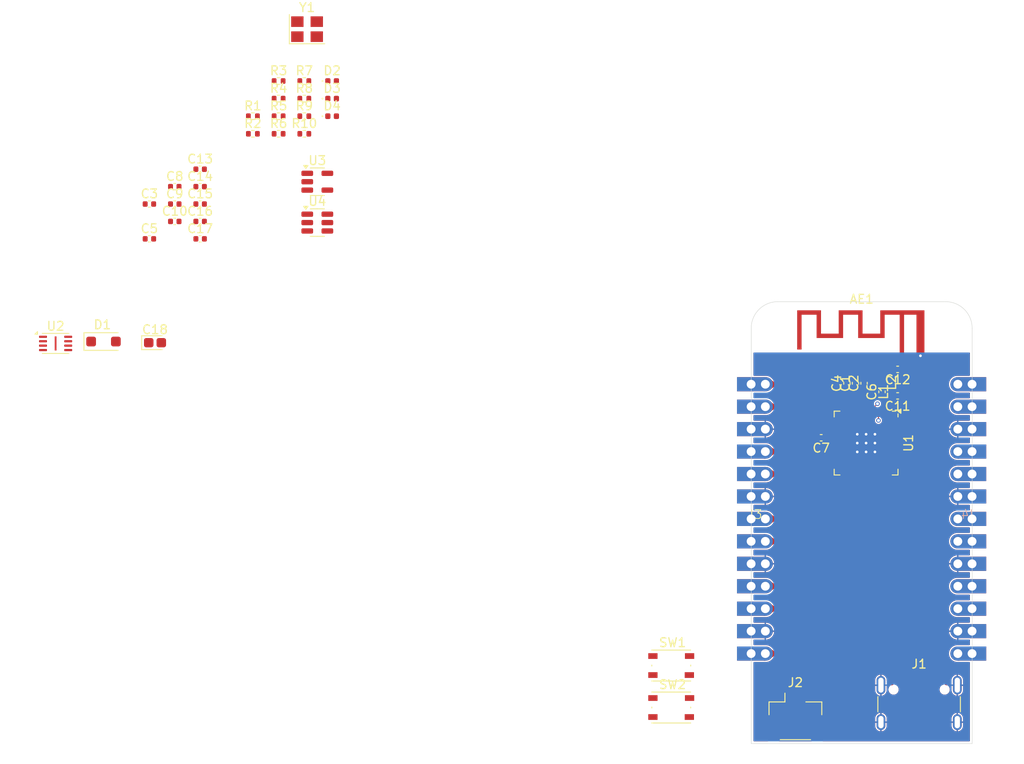
<source format=kicad_pcb>
(kicad_pcb (version 20240108) (generator "pcbnew") (generator_version "8.0")
  (layers (0 "F.Cu" signal) (1 "In1.Cu" signal) (2 "In2.Cu" signal) (31 "B.Cu" signal) (34 "B.Paste" user) (35 "F.Paste" user) (36 "B.SilkS" user "B.Silkscreen") (37 "F.SilkS" user "F.Silkscreen") (38 "B.Mask" user) (39 "F.Mask" user) (44 "Edge.Cuts" user))
  (net 0 "")
  (net 1 "GND")
  (net 2 "Net-(AE1-FEED)")
  (net 3 "+3V3")
  (net 4 "Net-(C6-Pad1)")
  (net 5 "SPIPWR")
  (net 6 "Net-(U1-LNA_IN)")
  (net 7 "/RESET")
  (net 8 "/BOOT")
  (net 9 "/XIN")
  (net 10 "/XOUT")
  (net 11 "Net-(U3-BP)")
  (net 12 "VSYS")
  (net 13 "VBUS")
  (net 14 "Net-(D2-A)")
  (net 15 "Net-(D3-A)")
  (net 16 "Net-(D3-K)")
  (net 17 "Net-(D4-K)")
  (net 18 "Net-(J1-CC1)")
  (net 19 "Net-(J1-D+-PadA6)")
  (net 21 "Net-(J1-D--PadA7)")
  (net 22 "Net-(J1-CC2)")
  (net 24 "Net-(J2-Pin_1)")
  (net 25 "/P4")
  (net 26 "/P2")
  (net 27 "/P3")
  (net 28 "/P6")
  (net 29 "/P1")
  (net 30 "/P5")
  (net 31 "/P9")
  (net 32 "/P8")
  (net 33 "/P7")
  (net 34 "/P12")
  (net 35 "/P13")
  (net 36 "/P14")
  (net 37 "/P18")
  (net 38 "/P17")
  (net 39 "/P11")
  (net 40 "/P10")
  (net 41 "/USB_DM")
  (net 42 "/USB_DP")
  (net 43 "Net-(U4-PROG)")
  (net 51 "/FLASH_D3")
  (net 53 "/P21")
  (net 55 "/FLASH_D2")
  (net 57 "/FLASH_CS")
  (net 59 "/FLASH_D1")
  (net 64 "/FLASH_CLK")
  (net 65 "/FLASH_D0")
  (footprint "Capacitor_SMD:C_0402_1005Metric" (layer "F.Cu") (at 31.9 38.95)
    (property "Reference" "C3" (at 0 -1.16 0) (layer "F.SilkS"))
    (property "Value" "1uF")
    (pad "1" smd roundrect (at -0.48 0) (size 0.56 0.62) (layers "F.Cu" "F.Paste" "F.Mask") (net 3 "+3V3"))
    (pad "2" smd roundrect (at 0.48 0) (size 0.56 0.62) (layers "F.Cu" "F.Paste" "F.Mask") (net 1 "GND"))
  )
  (footprint "Capacitor_SMD:C_0402_1005Metric" (layer "F.Cu") (at 110.829998 59.23 90)
    (property "Reference" "C4" (at 0 -1.16 90) (layer "F.SilkS"))
    (property "Value" "0.1uF")
    (pad "1" smd roundrect (at -0.48 0 90) (size 0.56 0.62) (layers "F.Cu" "F.Paste" "F.Mask") (net 3 "+3V3"))
    (pad "2" smd roundrect (at 0.48 0 90) (size 0.56 0.62) (layers "F.Cu" "F.Paste" "F.Mask") (net 1 "GND"))
  )
  (footprint "Button_Switch_SMD:SW_Push_1P1T_NO_Vertical_Wuerth_434133025816" (layer "F.Cu") (at 90.95 91.175)
    (property "Reference" "SW1" (at 0.15 -2.6 0) (layer "F.SilkS"))
    (property "Value" "SW_Push")
    (pad "1" smd rect (at -2.075 -1.075) (size 1.05 0.65) (layers "F.Cu" "F.Paste" "F.Mask") (net 1 "GND"))
    (pad "1" smd rect (at 2.075 -1.075) (size 1.05 0.65) (layers "F.Cu" "F.Paste" "F.Mask") (net 1 "GND"))
    (pad "2" smd rect (at -2.075 1.075) (size 1.05 0.65) (layers "F.Cu" "F.Paste" "F.Mask") (net 7 "/RESET"))
    (pad "2" smd rect (at 2.05 1.075) (size 1.05 0.65) (layers "F.Cu" "F.Paste" "F.Mask") (net 7 "/RESET"))
  )
  (footprint "Package_SON:Winbond_USON-8-1EP_3x2mm_P0.5mm_EP0.2x1.6mm" (layer "F.Cu") (at 21.285 54.725)
    (property "Reference" "U2" (at 0 -1.95 0) (layer "F.SilkS"))
    (property "Value" "ZD25WQ32CEIGR")
    (pad "1" smd roundrect (at -1.425 -0.75) (size 0.9 0.25) (layers "F.Cu" "F.Paste" "F.Mask") (net 57 "/FLASH_CS"))
    (pad "2" smd roundrect (at -1.425 -0.25) (size 0.9 0.25) (layers "F.Cu" "F.Paste" "F.Mask") (net 59 "/FLASH_D1"))
    (pad "3" smd roundrect (at -1.425 0.25) (size 0.9 0.25) (layers "F.Cu" "F.Paste" "F.Mask") (net 55 "/FLASH_D2"))
    (pad "4" smd roundrect (at -1.425 0.75) (size 0.9 0.25) (layers "F.Cu" "F.Paste" "F.Mask") (net 1 "GND"))
    (pad "5" smd roundrect (at 1.425 0.75) (size 0.9 0.25) (layers "F.Cu" "F.Paste" "F.Mask") (net 65 "/FLASH_D0"))
    (pad "6" smd roundrect (at 1.425 0.25) (size 0.9 0.25) (layers "F.Cu" "F.Paste" "F.Mask") (net 64 "/FLASH_CLK"))
    (pad "7" smd roundrect (at 1.425 -0.25) (size 0.9 0.25) (layers "F.Cu" "F.Paste" "F.Mask") (net 51 "/FLASH_D3"))
    (pad "8" smd roundrect (at 1.425 -0.75) (size 0.9 0.25) (layers "F.Cu" "F.Paste" "F.Mask") (net 5 "SPIPWR"))
    (pad "9" smd rect (at 0 0) (size 0.2 1.6) (property pad_prop_heatsink) (layers "F.Cu" "F.Mask") (net 1 "GND"))
  )
  (footprint "Package_DFN_QFN:QFN-56-1EP_7x7mm_P0.4mm_EP4x4mm" (layer "F.Cu") (at 113 66 -90)
    (property "Reference" "U1" (at 0 -4.800001 90) (layer "F.SilkS"))
    (property "Value" "ESP32-S3")
    (pad "1" smd roundrect (at -3.45 -2.6 270) (size 0.8 0.2) (layers "F.Cu" "F.Paste" "F.Mask") (net 6 "Net-(U1-LNA_IN)"))
    (pad "2" smd roundrect (at -3.449999 -2.2 270) (size 0.8 0.2) (layers "F.Cu" "F.Paste" "F.Mask") (net 4 "Net-(C6-Pad1)"))
    (pad "3" smd roundrect (at -3.45 -1.8 270) (size 0.8 0.2) (layers "F.Cu" "F.Paste" "F.Mask") (net 4 "Net-(C6-Pad1)"))
    (pad "4" smd roundrect (at -3.45 -1.4 270) (size 0.8 0.2) (layers "F.Cu" "F.Paste" "F.Mask") (net 7 "/RESET"))
    (pad "5" smd roundrect (at -3.45 -1 270) (size 0.8 0.2) (layers "F.Cu" "F.Paste" "F.Mask") (net 8 "/BOOT"))
    (pad "6" smd roundrect (at -3.449999 -0.6 270) (size 0.8 0.2) (layers "F.Cu" "F.Paste" "F.Mask") (net 29 "/P1"))
    (pad "7" smd roundrect (at -3.45 -0.2 270) (size 0.8 0.2) (layers "F.Cu" "F.Paste" "F.Mask") (net 26 "/P2"))
    (pad "8" smd roundrect (at -3.45 0.2 270) (size 0.8 0.2) (layers "F.Cu" "F.Paste" "F.Mask") (net 27 "/P3"))
    (pad "9" smd roundrect (at -3.449999 0.6 270) (size 0.8 0.2) (layers "F.Cu" "F.Paste" "F.Mask") (net 25 "/P4"))
    (pad "10" smd roundrect (at -3.45 1 270) (size 0.8 0.2) (layers "F.Cu" "F.Paste" "F.Mask") (net 30 "/P5"))
    (pad "11" smd roundrect (at -3.45 1.4 270) (size 0.8 0.2) (layers "F.Cu" "F.Paste" "F.Mask") (net 28 "/P6"))
    (pad "12" smd roundrect (at -3.45 1.8 270) (size 0.8 0.2) (layers "F.Cu" "F.Paste" "F.Mask") (net 33 "/P7"))
    (pad "13" smd roundrect (at -3.449999 2.2 270) (size 0.8 0.2) (layers "F.Cu" "F.Paste" "F.Mask") (net 32 "/P8"))
    (pad "14" smd roundrect (at -3.45 2.6 270) (size 0.8 0.2) (layers "F.Cu" "F.Paste" "F.Mask") (net 31 "/P9"))
    (pad "15" smd roundrect (at -2.6 3.45 270) (size 0.2 0.8) (layers "F.Cu" "F.Paste" "F.Mask") (net 40 "/P10"))
    (pad "16" smd roundrect (at -2.2 3.449999 270) (size 0.2 0.8) (layers "F.Cu" "F.Paste" "F.Mask") (net 39 "/P11"))
    (pad "17" smd roundrect (at -1.8 3.45 270) (size 0.2 0.8) (layers "F.Cu" "F.Paste" "F.Mask") (net 34 "/P12"))
    (pad "18" smd roundrect (at -1.4 3.45 270) (size 0.2 0.8) (layers "F.Cu" "F.Paste" "F.Mask") (net 35 "/P13"))
    (pad "19" smd roundrect (at -1 3.45 270) (size 0.2 0.8) (layers "F.Cu" "F.Paste" "F.Mask") (net 36 "/P14"))
    (pad "20" smd roundrect (at -0.6 3.449999 270) (size 0.2 0.8) (layers "F.Cu" "F.Paste" "F.Mask") (net 3 "+3V3"))
    (pad "21" smd roundrect (at -0.2 3.45 270) (size 0.2 0.8) (layers "F.Cu" "F.Paste" "F.Mask"))
    (pad "22" smd roundrect (at 0.2 3.45 270) (size 0.2 0.8) (layers "F.Cu" "F.Paste" "F.Mask"))
    (pad "23" smd roundrect (at 0.6 3.449999 270) (size 0.2 0.8) (layers "F.Cu" "F.Paste" "F.Mask") (net 38 "/P17"))
    (pad "24" smd roundrect (at 1 3.45 270) (size 0.2 0.8) (layers "F.Cu" "F.Paste" "F.Mask") (net 37 "/P18"))
    (pad "25" smd roundrect (at 1.4 3.45 270) (size 0.2 0.8) (layers "F.Cu" "F.Paste" "F.Mask") (net 41 "/USB_DM"))
    (pad "26" smd roundrect (at 1.8 3.45 270) (size 0.2 0.8) (layers "F.Cu" "F.Paste" "F.Mask") (net 42 "/USB_DP"))
    (pad "27" smd roundrect (at 2.2 3.449999 270) (size 0.2 0.8) (layers "F.Cu" "F.Paste" "F.Mask") (net 53 "/P21"))
    (pad "28" smd roundrect (at 2.6 3.45 270) (size 0.2 0.8) (layers "F.Cu" "F.Paste" "F.Mask"))
    (pad "29" smd roundrect (at 3.45 2.6 270) (size 0.8 0.2) (layers "F.Cu" "F.Paste" "F.Mask") (net 5 "SPIPWR"))
    (pad "30" smd roundrect (at 3.449999 2.2 270) (size 0.8 0.2) (layers "F.Cu" "F.Paste" "F.Mask") (net 51 "/FLASH_D3"))
    (pad "31" smd roundrect (at 3.45 1.8 270) (size 0.8 0.2) (layers "F.Cu" "F.Paste" "F.Mask") (net 55 "/FLASH_D2"))
    (pad "32" smd roundrect (at 3.45 1.4 270) (size 0.8 0.2) (layers "F.Cu" "F.Paste" "F.Mask") (net 57 "/FLASH_CS"))
    (pad "33" smd roundrect (at 3.45 1 270) (size 0.8 0.2) (layers "F.Cu" "F.Paste" "F.Mask") (net 64 "/FLASH_CLK"))
    (pad "34" smd roundrect (at 3.449999 0.6 270) (size 0.8 0.2) (layers "F.Cu" "F.Paste" "F.Mask") (net 59 "/FLASH_D1"))
    (pad "35" smd roundrect (at 3.45 0.2 270) (size 0.8 0.2) (layers "F.Cu" "F.Paste" "F.Mask") (net 65 "/FLASH_D0"))
    (pad "36" smd roundrect (at 3.45 -0.2 270) (size 0.8 0.2) (layers "F.Cu" "F.Paste" "F.Mask"))
    (pad "37" smd roundrect (at 3.449999 -0.6 270) (size 0.8 0.2) (layers "F.Cu" "F.Paste" "F.Mask"))
    (pad "38" smd roundrect (at 3.45 -1 270) (size 0.8 0.2) (layers "F.Cu" "F.Paste" "F.Mask"))
    (pad "39" smd roundrect (at 3.45 -1.4 270) (size 0.8 0.2) (layers "F.Cu" "F.Paste" "F.Mask"))
    (pad "40" smd roundrect (at 3.45 -1.8 270) (size 0.8 0.2) (layers "F.Cu" "F.Paste" "F.Mask"))
    (pad "41" smd roundrect (at 3.449999 -2.2 270) (size 0.8 0.2) (layers "F.Cu" "F.Paste" "F.Mask"))
    (pad "42" smd roundrect (at 3.45 -2.6 270) (size 0.8 0.2) (layers "F.Cu" "F.Paste" "F.Mask"))
    (pad "43" smd roundrect (at 2.6 -3.45 270) (size 0.2 0.8) (layers "F.Cu" "F.Paste" "F.Mask"))
    (pad "44" smd roundrect (at 2.2 -3.449999 270) (size 0.2 0.8) (layers "F.Cu" "F.Paste" "F.Mask"))
    (pad "45" smd roundrect (at 1.8 -3.45 270) (size 0.2 0.8) (layers "F.Cu" "F.Paste" "F.Mask"))
    (pad "46" smd roundrect (at 1.4 -3.45 270) (size 0.2 0.8) (layers "F.Cu" "F.Paste" "F.Mask") (net 3 "+3V3"))
    (pad "47" smd roundrect (at 1 -3.45 270) (size 0.2 0.8) (layers "F.Cu" "F.Paste" "F.Mask"))
    (pad "48" smd roundrect (at 0.6 -3.449999 270) (size 0.2 0.8) (layers "F.Cu" "F.Paste" "F.Mask"))
    (pad "49" smd roundrect (at 0.2 -3.45 270) (size 0.2 0.8) (layers "F.Cu" "F.Paste" "F.Mask"))
    (pad "50" smd roundrect (at -0.2 -3.45 270) (size 0.2 0.8) (layers "F.Cu" "F.Paste" "F.Mask"))
    (pad "51" smd roundrect (at -0.6 -3.449999 270) (size 0.2 0.8) (layers "F.Cu" "F.Paste" "F.Mask"))
    (pad "52" smd roundrect (at -1 -3.45 270) (size 0.2 0.8) (layers "F.Cu" "F.Paste" "F.Mask"))
    (pad "53" smd roundrect (at -1.4 -3.45 270) (size 0.2 0.8) (layers "F.Cu" "F.Paste" "F.Mask") (net 10 "/XOUT"))
    (pad "54" smd roundrect (at -1.8 -3.45 270) (size 0.2 0.8) (layers "F.Cu" "F.Paste" "F.Mask") (net 9 "/XIN"))
    (pad "55" smd roundrect (at -2.2 -3.449999 270) (size 0.2 0.8) (layers "F.Cu" "F.Paste" "F.Mask") (net 3 "+3V3"))
    (pad "56" smd roundrect (at -2.6 -3.45 270) (size 0.2 0.8) (layers "F.Cu" "F.Paste" "F.Mask") (net 3 "+3V3"))
    (pad "57" smd rect (at 0 0 270) (size 4 4) (property pad_prop_heatsink) (layers "F.Cu" "F.Mask") (net 1 "GND"))
  )
  (footprint "Connector_JST:JST_GH_SM02B-GHS-TB_1x02-1MP_P1.25mm_Horizontal" (layer "F.Cu") (at 105 97)
    (property "Reference" "J2" (at 0 -3.9 0) (layer "F.SilkS"))
    (property "Value" "Battery_Pad")
    (pad "1" smd roundrect (at -0.625 -1.85) (size 0.6 1.7) (layers "F.Cu" "F.Paste" "F.Mask") (net 24 "Net-(J2-Pin_1)"))
    (pad "2" smd roundrect (at 0.625 -1.85) (size 0.6 1.7) (layers "F.Cu" "F.Paste" "F.Mask") (net 1 "GND"))
    (pad "MP" smd roundrect (at -2.475 1.35) (size 1 2.7) (layers "F.Cu" "F.Paste" "F.Mask"))
    (pad "MP" smd roundrect (at 2.475 1.35) (size 1 2.7) (layers "F.Cu" "F.Paste" "F.Mask"))
  )
  (footprint "Capacitor_SMD:C_0402_1005Metric" (layer "F.Cu") (at 37.64 35.01)
    (property "Reference" "C13" (at 0 -1.16 0) (layer "F.SilkS"))
    (property "Value" "1uF")
    (pad "1" smd roundrect (at -0.48 0) (size 0.56 0.62) (layers "F.Cu" "F.Paste" "F.Mask") (net 7 "/RESET"))
    (pad "2" smd roundrect (at 0.48 0) (size 0.56 0.62) (layers "F.Cu" "F.Paste" "F.Mask") (net 1 "GND"))
  )
  (footprint "CastellatedHoles:01x13_CHole" (layer "F.Cu") (at 100.4 74.58)
    (property "Reference" "J3" (at 0 -0.5 0) (layer "F.SilkS") (effects (font (thickness 0.1))))
    (property "Value" "Conn_01x13")
    (pad "1" thru_hole rect (at -0.41 -15.24) (size 3.2 1.6) (drill 1) (layers "*.Cu" "*.Mask") (net 29 "/P1"))
    (pad "1" thru_hole oval (at 1.2 -15.24) (size 1.7 1.6) (drill 1) (layers "*.Cu" "*.Mask") (net 29 "/P1"))
    (pad "2" thru_hole rect (at -0.41 -12.7) (size 3.2 1.6) (drill 1) (layers "*.Cu" "*.Mask") (net 26 "/P2"))
    (pad "2" thru_hole oval (at 1.2 -12.7) (size 1.7 1.6) (drill 1) (layers "*.Cu" "*.Mask") (net 26 "/P2"))
    (pad "3" thru_hole rect (at -0.41 -10.16) (size 3.2 1.6) (drill 1) (layers "*.Cu" "*.Mask") (net 1 "GND"))
    (pad "3" thru_hole oval (at 1.2 -10.16) (size 1.7 1.6) (drill 1) (layers "*.Cu" "*.Mask") (net 1 "GND"))
    (pad "4" thru_hole rect (at -0.41 -7.62) (size 3.2 1.6) (drill 1) (layers "*.Cu" "*.Mask") (net 27 "/P3"))
    (pad "4" thru_hole oval (at 1.2 -7.62) (size 1.7 1.6) (drill 1) (layers "*.Cu" "*.Mask") (net 27 "/P3"))
    (pad "5" thru_hole rect (at -0.41 -5.08) (size 3.2 1.6) (drill 1) (layers "*.Cu" "*.Mask") (net 25 "/P4"))
    (pad "5" thru_hole oval (at 1.2 -5.08) (size 1.7 1.6) (drill 1) (layers "*.Cu" "*.Mask") (net 25 "/P4"))
    (pad "6" thru_hole rect (at -0.41 -2.54) (size 3.2 1.6) (drill 1) (layers "*.Cu" "*.Mask") (net 1 "GND"))
    (pad "6" thru_hole oval (at 1.2 -2.54) (size 1.7 1.6) (drill 1) (layers "*.Cu" "*.Mask") (net 1 "GND"))
    (pad "7" thru_hole rect (at -0.41 0) (size 3.2 1.6) (drill 1) (layers "*.Cu" "*.Mask") (net 30 "/P5"))
    (pad "7" thru_hole oval (at 1.2 0) (size 1.7 1.6) (drill 1) (layers "*.Cu" "*.Mask") (net 30 "/P5"))
    (pad "8" thru_hole rect (at -0.41 2.54) (size 3.2 1.6) (drill 1) (layers "*.Cu" "*.Mask") (net 28 "/P6"))
    (pad "8" thru_hole oval (at 1.2 2.54) (size 1.7 1.6) (drill 1) (layers "*.Cu" "*.Mask") (net 28 "/P6"))
    (pad "9" thru_hole rect (at -0.41 5.08) (size 3.2 1.6) (drill 1) (layers "*.Cu" "*.Mask") (net 1 "GND"))
    (pad "9" thru_hole oval (at 1.2 5.08) (size 1.7 1.6) (drill 1) (layers "*.Cu" "*.Mask") (net 1 "GND"))
    (pad "10" thru_hole rect (at -0.41 7.62) (size 3.2 1.6) (drill 1) (layers "*.Cu" "*.Mask") (net 33 "/P7"))
    (pad "10" thru_hole oval (at 1.2 7.62) (size 1.7 1.6) (drill 1) (layers "*.Cu" "*.Mask") (net 33 "/P7"))
    (pad "11" thru_hole rect (at -0.41 10.16) (size 3.2 1.6) (drill 1) (layers "*.Cu" "*.Mask") (net 32 "/P8"))
    (pad "11" thru_hole oval (at 1.2 10.16) (size 1.7 1.6) (drill 1) (layers "*.Cu" "*.Mask") (net 32 "/P8"))
    (pad "12" thru_hole rect (at -0.41 12.7) (size 3.2 1.6) (drill 1) (layers "*.Cu" "*.Mask") (net 1 "GND"))
    (pad "12" thru_hole oval (at 1.2 12.7) (size 1.7 1.6) (drill 1) (layers "*.Cu" "*.Mask") (net 1 "GND"))
    (pad "13" thru_hole rect (at -0.41 15.24) (size 3.2 1.6) (drill 1) (layers "*.Cu" "*.Mask") (net 31 "/P9"))
    (pad "13" thru_hole oval (at 1.2 15.24) (size 1.7 1.6) (drill 1) (layers "*.Cu" "*.Mask") (net 31 "/P9"))
  )
  (footprint "Capacitor_Tantalum_SMD:CP_EIA-1608-08_AVX-J" (layer "F.Cu") (at 32.535 54.64)
    (property "Reference" "C18" (at 0 -1.48 0) (layer "F.SilkS"))
    (property "Value" "2.2uF")
    (pad "1" smd roundrect (at -0.7125 0) (size 1.075 1.05) (layers "F.Cu" "F.Paste" "F.Mask") (roundrect_rratio 0.238095) (net 3 "+3V3"))
    (pad "2" smd roundrect (at 0.7125 0) (size 1.075 1.05) (layers "F.Cu" "F.Paste" "F.Mask") (roundrect_rratio 0.238095) (net 1 "GND"))
  )
  (footprint "Resistor_SMD:R_0402_1005Metric" (layer "F.Cu") (at 49.43 31)
    (property "Reference" "R10" (at 0 -1.17 0) (layer "F.SilkS"))
    (property "Value" "330")
    (pad "1" smd roundrect (at -0.51 0) (size 0.54 0.64) (layers "F.Cu" "F.Paste" "F.Mask") (net 3 "+3V3"))
    (pad "2" smd roundrect (at 0.51 0) (size 0.54 0.64) (layers "F.Cu" "F.Paste" "F.Mask") (net 14 "Net-(D2-A)"))
  )
  (footprint "RF_Antenna:Texas_SWRA117D_2.4GHz_Left" (layer "F.Cu") (at 117.05 56.125)
    (property "Reference" "AE1" (at -4.55 -6.41 0) (layer "F.SilkS"))
    (property "Value" "Antenna_Chip")
    (fp_poly (pts (xy -2.45 -2.51) (xy -4.45 -2.51) (xy -4.45 -5.15) (xy -7.15 -5.15) (xy -7.15 -2.51) (xy -9.15 -2.51) (xy -9.15 -5.15) (xy -11.85 -5.15) (xy -11.85 -0.71) (xy -11.35 -0.71) (xy -11.35 -4.65) (xy -9.65 -4.65) (xy -9.65 -2.01) (xy -6.65 -2.01) (xy -6.65 -4.65) (xy -4.95 -4.65) (xy -4.95 -2.01) (xy -1.95 -2.01) (xy -1.95 -4.65) (xy -0.25 -4.65) (xy -0.25 0.25) (xy 0.25 0.25) (xy 0.25 -4.65) (xy 1.65 -4.65) (xy 1.65 0.25) (xy 2.55 0.25) (xy 2.55 0.006785) (xy 2.247583 0.006785) (xy 2.237742 0.054395) (xy 2.213674 0.096797) (xy 2.175731 0.129581) (xy 2.167819 0.133935) (xy 2.125156 0.146043) (xy 2.076637 0.1453) (xy 2.031122 0.1324) (xy 2.012511 0.121787) (xy 1.978868 0.086553) (xy 1.958309 0.041368) (xy 1.951778 -0.008158) (xy 1.960218 -0.056417) (xy 1.977112 -0.088643) (xy 2.012372 -0.121313) (xy 2.057682 -0.141408) (xy 2.107267 -0.147982) (xy 2.155353 -0.140092) (xy 2.188245 -0.123186) (xy 2.223185 -0.086416) (xy 2.242847 -0.041622) (xy 2.247583 0.006785) (xy 2.55 0.006785) (xy 2.55 -5.15) (xy -2.45 -5.15) (xy -2.45 -2.51)) (fill solid) (layer "F.Cu"))
    (pad "1" connect rect (at 0 0) (size 0.5 0.5) (layers "F.Cu") (net 2 "Net-(AE1-FEED)"))
    (pad "2" thru_hole rect (at 2.1 0) (size 0.9 0.5) (drill 0.3) (layers "*.Cu") (net 1 "GND"))
  )
  (footprint "Capacitor_SMD:C_0402_1005Metric" (layer "F.Cu") (at 107.92 65.4 180)
    (property "Reference" "C7" (at 0 -1.16 360) (layer "F.SilkS"))
    (property "Value" "0.1uF")
    (pad "1" smd roundrect (at -0.48 0 180) (size 0.56 0.62) (layers "F.Cu" "F.Paste" "F.Mask") (net 3 "+3V3"))
    (pad "2" smd roundrect (at 0.48 0 180) (size 0.56 0.62) (layers "F.Cu" "F.Paste" "F.Mask") (net 1 "GND"))
  )
  (footprint "Resistor_SMD:R_0402_1005Metric" (layer "F.Cu") (at 43.61 31)
    (property "Reference" "R2" (at 0 -1.17 0) (layer "F.SilkS"))
    (property "Value" "10k")
    (pad "1" smd roundrect (at -0.51 0) (size 0.54 0.64) (layers "F.Cu" "F.Paste" "F.Mask") (net 3 "+3V3"))
    (pad "2" smd roundrect (at 0.51 0) (size 0.54 0.64) (layers "F.Cu" "F.Paste" "F.Mask") (net 8 "/BOOT"))
  )
  (footprint "Resistor_SMD:R_0402_1005Metric" (layer "F.Cu") (at 46.52 29.01)
    (property "Reference" "R5" (at 0 -1.17 0) (layer "F.SilkS"))
    (property "Value" "200")
    (pad "1" smd roundrect (at -0.51 0) (size 0.54 0.64) (layers "F.Cu" "F.Paste" "F.Mask") (net 21 "Net-(J1-D--PadA7)"))
    (pad "2" smd roundrect (at 0.51 0) (size 0.54 0.64) (layers "F.Cu" "F.Paste" "F.Mask") (net 41 "/USB_DM"))
  )
  (footprint "Capacitor_SMD:C_0402_1005Metric" (layer "F.Cu") (at 37.64 38.95)
    (property "Reference" "C15" (at 0 -1.16 0) (layer "F.SilkS"))
    (property "Value" "24pF")
    (pad "1" smd roundrect (at -0.48 0) (size 0.56 0.62) (layers "F.Cu" "F.Paste" "F.Mask") (net 9 "/XIN"))
    (pad "2" smd roundrect (at 0.48 0) (size 0.56 0.62) (layers "F.Cu" "F.Paste" "F.Mask") (net 1 "GND"))
  )
  (footprint "LED_SMD:LED_0402_1005Metric" (layer "F.Cu") (at 52.575 25.03)
    (property "Reference" "D2" (at 0 -1.17 0) (layer "F.SilkS"))
    (property "Value" "GREEN")
    (pad "1" smd roundrect (at -0.485 0) (size 0.59 0.64) (layers "F.Cu" "F.Paste" "F.Mask") (net 1 "GND"))
    (pad "2" smd roundrect (at 0.485 0) (size 0.59 0.64) (layers "F.Cu" "F.Paste" "F.Mask") (net 14 "Net-(D2-A)"))
  )
  (footprint "Capacitor_SMD:C_0402_1005Metric" (layer "F.Cu") (at 31.9 42.89)
    (property "Reference" "C5" (at 0 -1.16 0) (layer "F.SilkS"))
    (property "Value" "10nF")
    (pad "1" smd roundrect (at -0.48 0) (size 0.56 0.62) (layers "F.Cu" "F.Paste" "F.Mask") (net 3 "+3V3"))
    (pad "2" smd roundrect (at 0.48 0) (size 0.56 0.62) (layers "F.Cu" "F.Paste" "F.Mask") (net 1 "GND"))
  )
  (footprint "Button_Switch_SMD:SW_Push_1P1T_NO_Vertical_Wuerth_434133025816" (layer "F.Cu") (at 90.95 95.925)
    (property "Reference" "SW2" (at 0.15 -2.6 0) (layer "F.SilkS"))
    (property "Value" "SW_Push")
    (pad "1" smd rect (at -2.075 -1.075) (size 1.05 0.65) (layers "F.Cu" "F.Paste" "F.Mask") (net 1 "GND"))
    (pad "1" smd rect (at 2.075 -1.075) (size 1.05 0.65) (layers "F.Cu" "F.Paste" "F.Mask") (net 1 "GND"))
    (pad "2" smd rect (at -2.075 1.075) (size 1.05 0.65) (layers "F.Cu" "F.Paste" "F.Mask") (net 8 "/BOOT"))
    (pad "2" smd rect (at 2.05 1.075) (size 1.05 0.65) (layers "F.Cu" "F.Paste" "F.Mask") (net 8 "/BOOT"))
  )
  (footprint "LED_SMD:LED_0402_1005Metric" (layer "F.Cu") (at 52.575 27.02)
    (property "Reference" "D3" (at 0 -1.17 0) (layer "F.SilkS"))
    (property "Value" "RED")
    (pad "1" smd roundrect (at -0.485 0) (size 0.59 0.64) (layers "F.Cu" "F.Paste" "F.Mask") (net 16 "Net-(D3-K)"))
    (pad "2" smd roundrect (at 0.485 0) (size 0.59 0.64) (layers "F.Cu" "F.Paste" "F.Mask") (net 15 "Net-(D3-A)"))
  )
  (footprint "Capacitor_SMD:C_0402_1005Metric" (layer "F.Cu") (at 112.77 59.23 90)
    (property "Reference" "C2" (at 0 -1.16 90) (layer "F.SilkS"))
    (property "Value" "1uF")
    (pad "1" smd roundrect (at -0.48 0 90) (size 0.56 0.62) (layers "F.Cu" "F.Paste" "F.Mask") (net 3 "+3V3"))
    (pad "2" smd roundrect (at 0.48 0 90) (size 0.56 0.62) (layers "F.Cu" "F.Paste" "F.Mask") (net 1 "GND"))
  )
  (footprint "Capacitor_SMD:C_0402_1005Metric" (layer "F.Cu") (at 114.8 60.2 90)
    (property "Reference" "C6" (at 0 -1.16 90) (layer "F.SilkS"))
    (property "Value" "0.1uF")
    (pad "1" smd roundrect (at -0.48 0 90) (size 0.56 0.62) (layers "F.Cu" "F.Paste" "F.Mask") (net 4 "Net-(C6-Pad1)"))
    (pad "2" smd roundrect (at 0.48 0 90) (size 0.56 0.62) (layers "F.Cu" "F.Paste" "F.Mask") (net 1 "GND"))
  )
  (footprint "Capacitor_SMD:C_0402_1005Metric" (layer "F.Cu") (at 37.64 40.92)
    (property "Reference" "C16" (at 0 -1.16 0) (layer "F.SilkS"))
    (property "Value" "24pF")
    (pad "1" smd roundrect (at -0.48 0) (size 0.56 0.62) (layers "F.Cu" "F.Paste" "F.Mask") (net 10 "/XOUT"))
    (pad "2" smd roundrect (at 0.48 0) (size 0.56 0.62) (layers "F.Cu" "F.Paste" "F.Mask") (net 1 "GND"))
  )
  (footprint "Capacitor_SMD:C_0402_1005Metric" (layer "F.Cu") (at 116.57 60.66 180)
    (property "Reference" "C11" (at 0 -1.16 360) (layer "F.SilkS"))
    (property "Value" "1.6pF")
    (pad "1" smd roundrect (at -0.48 0 180) (size 0.56 0.62) (layers "F.Cu" "F.Paste" "F.Mask") (net 6 "Net-(U1-LNA_IN)"))
    (pad "2" smd roundrect (at 0.48 0 180) (size 0.56 0.62) (layers "F.Cu" "F.Paste" "F.Mask") (net 1 "GND"))
  )
  (footprint "Inductor_SMD:L_0402_1005Metric" (layer "F.Cu") (at 117.05 59.155 90)
    (property "Reference" "L2" (at 0 -1.17 90) (layer "F.SilkS"))
    (property "Value" "2.8nH")
    (pad "1" smd roundrect (at -0.485 0 90) (size 0.59 0.64) (layers "F.Cu" "F.Paste" "F.Mask") (net 6 "Net-(U1-LNA_IN)"))
    (pad "2" smd roundrect (at 0.485 0 90) (size 0.59 0.64) (layers "F.Cu" "F.Paste" "F.Mask") (net 2 "Net-(AE1-FEED)"))
  )
  (footprint "Resistor_SMD:R_0402_1005Metric" (layer "F.Cu") (at 49.43 25.03)
    (property "Reference" "R7" (at 0 -1.17 0) (layer "F.SilkS"))
    (property "Value" "1k")
    (pad "1" smd roundrect (at -0.51 0) (size 0.54 0.64) (layers "F.Cu" "F.Paste" "F.Mask") (net 13 "VBUS"))
    (pad "2" smd roundrect (at 0.51 0) (size 0.54 0.64) (layers "F.Cu" "F.Paste" "F.Mask") (net 15 "Net-(D3-A)"))
  )
  (footprint "Capacitor_SMD:C_0402_1005Metric" (layer "F.Cu") (at 111.799999 59.23 90)
    (property "Reference" "C1" (at 0 -1.16 90) (layer "F.SilkS"))
    (property "Value" "10uF")
    (pad "1" smd roundrect (at -0.48 0 90) (size 0.56 0.62) (layers "F.Cu" "F.Paste" "F.Mask") (net 3 "+3V3"))
    (pad "2" smd roundrect (at 0.48 0 90) (size 0.56 0.62) (layers "F.Cu" "F.Paste" "F.Mask") (net 1 "GND"))
  )
  (footprint "Crystal:Crystal_SMD_3225-4Pin_3.2x2.5mm" (layer "F.Cu") (at 49.74 19.16)
    (property "Reference" "Y1" (at 0 -2.45 0) (layer "F.SilkS"))
    (property "Value" "40MHz")
    (pad "1" smd rect (at -1.1 0.85) (size 1.4 1.2) (layers "F.Cu" "F.Paste" "F.Mask") (net 9 "/XIN"))
    (pad "2" smd rect (at 1.1 0.85) (size 1.4 1.2) (layers "F.Cu" "F.Paste" "F.Mask") (net 1 "GND"))
    (pad "3" smd rect (at 1.1 -0.85) (size 1.4 1.2) (layers "F.Cu" "F.Paste" "F.Mask") (net 10 "/XOUT"))
    (pad "4" smd rect (at -1.1 -0.85) (size 1.4 1.2) (layers "F.Cu" "F.Paste" "F.Mask") (net 1 "GND"))
  )
  (footprint "Capacitor_SMD:C_0402_1005Metric" (layer "F.Cu") (at 116.57 57.66 180)
    (property "Reference" "C12" (at 0 -1.16 360) (layer "F.SilkS"))
    (property "Value" "1.6pF")
    (pad "1" smd roundrect (at -0.48 0 180) (size 0.56 0.62) (layers "F.Cu" "F.Paste" "F.Mask") (net 2 "Net-(AE1-FEED)"))
    (pad "2" smd roundrect (at 0.48 0 180) (size 0.56 0.62) (layers "F.Cu" "F.Paste" "F.Mask") (net 1 "GND"))
  )
  (footprint "LED_SMD:LED_0402_1005Metric" (layer "F.Cu") (at 52.575 29.01)
    (property "Reference" "D4" (at 0 -1.17 0) (layer "F.SilkS"))
    (property "Value" "BLUE")
    (pad "1" smd roundrect (at -0.485 0) (size 0.59 0.64) (layers "F.Cu" "F.Paste" "F.Mask") (net 17 "Net-(D4-K)"))
    (pad "2" smd roundrect (at 0.485 0) (size 0.59 0.64) (layers "F.Cu" "F.Paste" "F.Mask") (net 15 "Net-(D3-A)"))
  )
  (footprint "Resistor_SMD:R_0402_1005Metric" (layer "F.Cu") (at 49.43 27.02)
    (property "Reference" "R8" (at 0 -1.17 0) (layer "F.SilkS"))
    (property "Value" "1.5k")
    (pad "1" smd roundrect (at -0.51 0) (size 0.54 0.64) (layers "F.Cu" "F.Paste" "F.Mask") (net 43 "Net-(U4-PROG)"))
    (pad "2" smd roundrect (at 0.51 0) (size 0.54 0.64) (layers "F.Cu" "F.Paste" "F.Mask") (net 1 "GND"))
  )
  (footprint "Inductor_SMD:L_0402_1005Metric" (layer "F.Cu") (at 113.8 60.195 -90)
    (property "Reference" "L1" (at 0 -1.17 90) (layer "F.SilkS"))
    (property "Value" "2nH")
    (pad "1" smd roundrect (at -0.485 0 270) (size 0.59 0.64) (layers "F.Cu" "F.Paste" "F.Mask") (net 3 "+3V3"))
    (pad "2" smd roundrect (at 0.485 0 270) (size 0.59 0.64) (layers "F.Cu" "F.Paste" "F.Mask") (net 4 "Net-(C6-Pad1)"))
  )
  (footprint "Resistor_SMD:R_0402_1005Metric" (layer "F.Cu") (at 46.52 27.02)
    (property "Reference" "R4" (at 0 -1.17 0) (layer "F.SilkS"))
    (property "Value" "5.1k")
    (pad "1" smd roundrect (at -0.51 0) (size 0.54 0.64) (layers "F.Cu" "F.Paste" "F.Mask") (net 22 "Net-(J1-CC2)"))
    (pad "2" smd roundrect (at 0.51 0) (size 0.54 0.64) (layers "F.Cu" "F.Paste" "F.Mask") (net 1 "GND"))
  )
  (footprint "Capacitor_SMD:C_0402_1005Metric" (layer "F.Cu") (at 34.77 40.92)
    (property "Reference" "C10" (at 0 -1.16 0) (layer "F.SilkS"))
    (property "Value" "0.1uF")
    (pad "1" smd roundrect (at -0.48 0) (size 0.56 0.62) (layers "F.Cu" "F.Paste" "F.Mask") (net 3 "+3V3"))
    (pad "2" smd roundrect (at 0.48 0) (size 0.56 0.62) (layers "F.Cu" "F.Paste" "F.Mask") (net 1 "GND"))
  )
  (footprint "Resistor_SMD:R_0402_1005Metric" (layer "F.Cu") (at 46.52 31)
    (property "Reference" "R6" (at 0 -1.17 0) (layer "F.SilkS"))
    (property "Value" "200")
    (pad "1" smd roundrect (at -0.51 0) (size 0.54 0.64) (layers "F.Cu" "F.Paste" "F.Mask") (net 19 "Net-(J1-D+-PadA6)"))
    (pad "2" smd roundrect (at 0.51 0) (size 0.54 0.64) (layers "F.Cu" "F.Paste" "F.Mask") (net 42 "/USB_DP"))
  )
  (footprint "Package_TO_SOT_SMD:SOT-23-5" (layer "F.Cu") (at 50.9 36.425)
    (property "Reference" "U3" (at 0 -2.4 0) (layer "F.SilkS"))
    (property "Value" "MIC5205-3.3YM5")
    (pad "1" smd roundrect (at -1.1375 -0.95) (size 1.325 0.6) (layers "F.Cu" "F.Paste" "F.Mask") (net 12 "VSYS"))
    (pad "2" smd roundrect (at -1.1375 0) (size 1.325 0.6) (layers "F.Cu" "F.Paste" "F.Mask") (net 1 "GND"))
    (pad "3" smd roundrect (at -1.1375 0.95) (size 1.325 0.6) (layers "F.Cu" "F.Paste" "F.Mask") (net 12 "VSYS"))
    (pad "4" smd roundrect (at 1.1375 0.95) (size 1.325 0.6) (layers "F.Cu" "F.Paste" "F.Mask") (net 11 "Net-(U3-BP)"))
    (pad "5" smd roundrect (at 1.1375 -0.95) (size 1.325 0.6) (layers "F.Cu" "F.Paste" "F.Mask") (net 3 "+3V3"))
  )
  (footprint "Diode_SMD:D_SOD-123F" (layer "F.Cu") (at 26.705 54.51)
    (property "Reference" "D1" (at -0.127 -1.905 0) (layer "F.SilkS"))
    (property "Value" "MBR120VLSFT1G")
    (pad "1" smd roundrect (at -1.4 0) (size 1.1 1.1) (layers "F.Cu" "F.Paste" "F.Mask") (roundrect_rratio 0.2272727273) (net 12 "VSYS"))
    (pad "2" smd roundrect (at 1.4 0) (size 1.1 1.1) (layers "F.Cu" "F.Paste" "F.Mask") (roundrect_rratio 0.2272727273) (net 13 "VBUS"))
  )
  (footprint "Package_TO_SOT_SMD:TSOT-23-6" (layer "F.Cu") (at 50.9 41.05)
    (property "Reference" "U4" (at 0 -2.4 0) (layer "F.SilkS"))
    (property "Value" "TP4057")
    (pad "1" smd roundrect (at -1.1375 -0.95) (size 1.325 0.6) (layers "F.Cu" "F.Paste" "F.Mask") (net 16 "Net-(D3-K)"))
    (pad "2" smd roundrect (at -1.1375 0) (size 1.325 0.6) (layers "F.Cu" "F.Paste" "F.Mask") (net 1 "GND"))
    (pad "3" smd roundrect (at -1.1375 0.95) (size 1.325 0.6) (layers "F.Cu" "F.Paste" "F.Mask") (net 24 "Net-(J2-Pin_1)"))
    (pad "4" smd roundrect (at 1.1375 0.95) (size 1.325 0.6) (layers "F.Cu" "F.Paste" "F.Mask") (net 13 "VBUS"))
    (pad "5" smd roundrect (at 1.1375 0) (size 1.325 0.6) (layers "F.Cu" "F.Paste" "F.Mask") (net 17 "Net-(D4-K)"))
    (pad "6" smd roundrect (at 1.1375 -0.95) (size 1.325 0.6) (layers "F.Cu" "F.Paste" "F.Mask") (net 43 "Net-(U4-PROG)"))
  )
  (footprint "Resistor_SMD:R_0402_1005Metric" (layer "F.Cu") (at 49.43 29.01)
    (property "Reference" "R9" (at 0 -1.17 0) (layer "F.SilkS"))
    (property "Value" "4.7k")
    (pad "1" smd roundrect (at -0.51 0) (size 0.54 0.64) (layers "F.Cu" "F.Paste" "F.Mask") (net 13 "VBUS"))
    (pad "2" smd roundrect (at 0.51 0) (size 0.54 0.64) (layers "F.Cu" "F.Paste" "F.Mask") (net 24 "Net-(J2-Pin_1)"))
  )
  (footprint "Capacitor_SMD:C_0402_1005Metric" (layer "F.Cu") (at 37.64 42.89)
    (property "Reference" "C17" (at 0 -1.16 0) (layer "F.SilkS"))
    (property "Value" "470pF")
    (pad "1" smd roundrect (at -0.48 0) (size 0.56 0.62) (layers "F.Cu" "F.Paste" "F.Mask") (net 11 "Net-(U3-BP)"))
    (pad "2" smd roundrect (at 0.48 0) (size 0.56 0.62) (layers "F.Cu" "F.Paste" "F.Mask") (net 1 "GND"))
  )
  (footprint "Resistor_SMD:R_0402_1005Metric" (layer "F.Cu") (at 46.52 25.03)
    (property "Reference" "R3" (at 0 -1.17 0) (layer "F.SilkS"))
    (property "Value" "5.1k")
    (pad "1" smd roundrect (at -0.51 0) (size 0.54 0.64) (layers "F.Cu" "F.Paste" "F.Mask") (net 18 "Net-(J1-CC1)"))
    (pad "2" smd roundrect (at 0.51 0) (size 0.54 0.64) (layers "F.Cu" "F.Paste" "F.Mask") (net 1 "GND"))
  )
  (footprint "Capacitor_SMD:C_0402_1005Metric" (layer "F.Cu") (at 37.64 36.98)
    (property "Reference" "C14" (at 0 -1.16 0) (layer "F.SilkS"))
    (property "Value" "1uF")
    (pad "1" smd roundrect (at -0.48 0) (size 0.56 0.62) (layers "F.Cu" "F.Paste" "F.Mask") (net 8 "/BOOT"))
    (pad "2" smd roundrect (at 0.48 0) (size 0.56 0.62) (layers "F.Cu" "F.Paste" "F.Mask") (net 1 "GND"))
  )
  (footprint "Capacitor_SMD:C_0402_1005Metric" (layer "F.Cu") (at 34.77 36.98)
    (property "Reference" "C8" (at 0 -1.16 0) (layer "F.SilkS"))
    (property "Value" "1uF")
    (pad "1" smd roundrect (at -0.48 0) (size 0.56 0.62) (layers "F.Cu" "F.Paste" "F.Mask") (net 5 "SPIPWR"))
    (pad "2" smd roundrect (at 0.48 0) (size 0.56 0.62) (layers "F.Cu" "F.Paste" "F.Mask") (net 1 "GND"))
  )
  (footprint "Connector_USB:USB_C_Receptacle_GCT_USB4105-xx-A_16P_TopMnt_Horizontal" (layer "F.Cu") (at 119 96.5)
    (property "Reference" "J1" (at 0 -5.5 0) (layer "F.SilkS"))
    (property "Value" "USB_C_Receptacle_USB2.0_16P")
    (pad "" np_thru_hole circle (at -2.89 -2.605) (size 0.65 0.65) (drill 0.65) (layers "F&B.Cu" "*.Mask"))
    (pad "" np_thru_hole circle (at 2.89 -2.605) (size 0.65 0.65) (drill 0.65) (layers "F&B.Cu" "*.Mask"))
    (pad "A1" smd roundrect (at -3.2 -3.68) (size 0.6 1.15) (layers "F.Cu" "F.Paste" "F.Mask") (net 1 "GND"))
    (pad "A4" smd roundrect (at -2.4 -3.68) (size 0.6 1.15) (layers "F.Cu" "F.Paste" "F.Mask") (net 13 "VBUS"))
    (pad "A5" smd roundrect (at -1.25 -3.68) (size 0.3 1.15) (layers "F.Cu" "F.Paste" "F.Mask") (net 18 "Net-(J1-CC1)"))
    (pad "A6" smd roundrect (at -0.25 -3.68) (size 0.3 1.15) (layers "F.Cu" "F.Paste" "F.Mask") (net 19 "Net-(J1-D+-PadA6)"))
    (pad "A7" smd roundrect (at 0.25 -3.68) (size 0.3 1.15) (layers "F.Cu" "F.Paste" "F.Mask") (net 21 "Net-(J1-D--PadA7)"))
    (pad "A8" smd roundrect (at 1.25 -3.68) (size 0.3 1.15) (layers "F.Cu" "F.Paste" "F.Mask"))
    (pad "A9" smd roundrect (at 2.4 -3.68) (size 0.6 1.15) (layers "F.Cu" "F.Paste" "F.Mask") (net 13 "VBUS"))
    (pad "A12" smd roundrect (at 3.2 -3.68) (size 0.6 1.15) (layers "F.Cu" "F.Paste" "F.Mask") (net 1 "GND"))
    (pad "B1" smd roundrect (at 3.2 -3.68) (size 0.6 1.15) (layers "F.Cu" "F.Paste" "F.Mask") (net 1 "GND"))
    (pad "B4" smd roundrect (at 2.4 -3.68) (size 0.6 1.15) (layers "F.Cu" "F.Paste" "F.Mask") (net 13 "VBUS"))
    (pad "B5" smd roundrect (at 1.75 -3.68) (size 0.3 1.15) (layers "F.Cu" "F.Paste" "F.Mask") (net 22 "Net-(J1-CC2)"))
    (pad "B6" smd roundrect (at 0.75 -3.68) (size 0.3 1.15) (layers "F.Cu" "F.Paste" "F.Mask") (net 19 "Net-(J1-D+-PadA6)"))
    (pad "B7" smd roundrect (at -0.75 -3.68) (size 0.3 1.15) (layers "F.Cu" "F.Paste" "F.Mask") (net 21 "Net-(J1-D--PadA7)"))
    (pad "B8" smd roundrect (at -1.75 -3.68) (size 0.3 1.15) (layers "F.Cu" "F.Paste" "F.Mask"))
    (pad "B9" smd roundrect (at -2.4 -3.68) (size 0.6 1.15) (layers "F.Cu" "F.Paste" "F.Mask") (net 13 "VBUS"))
    (pad "B12" smd roundrect (at -3.2 -3.68) (size 0.6 1.15) (layers "F.Cu" "F.Paste" "F.Mask") (net 1 "GND"))
    (pad "S1" thru_hole oval (at -4.32 -3.105) (size 1 2.1) (drill oval 0.6 1.7) (layers "*.Cu" "*.Mask" "F.Paste") (net 1 "GND"))
    (pad "S1" thru_hole oval (at -4.32 1.075) (size 1 1.8) (drill oval 0.6 1.4) (layers "*.Cu" "*.Mask" "F.Paste") (net 1 "GND"))
    (pad "S1" thru_hole oval (at 4.32 -3.105) (size 1 2.1) (drill oval 0.6 1.7) (layers "*.Cu" "*.Mask" "F.Paste") (net 1 "GND"))
    (pad "S1" thru_hole oval (at 4.32 1.075) (size 1 1.8) (drill oval 0.6 1.4) (layers "*.Cu" "*.Mask" "F.Paste") (net 1 "GND"))
  )
  (footprint "Capacitor_SMD:C_0402_1005Metric" (layer "F.Cu") (at 34.77 38.95)
    (property "Reference" "C9" (at 0 -1.16 0) (layer "F.SilkS"))
    (property "Value" "0.1uF")
    (pad "1" smd roundrect (at -0.48 0) (size 0.56 0.62) (layers "F.Cu" "F.Paste" "F.Mask") (net 1 "GND"))
    (pad "2" smd roundrect (at 0.48 0) (size 0.56 0.62) (layers "F.Cu" "F.Paste" "F.Mask") (net 5 "SPIPWR"))
  )
  (footprint "Resistor_SMD:R_0402_1005Metric" (layer "F.Cu") (at 43.61 29.01)
    (property "Reference" "R1" (at 0 -1.17 0) (layer "F.SilkS"))
    (property "Value" "10k")
    (pad "1" smd roundrect (at -0.51 0) (size 0.54 0.64) (layers "F.Cu" "F.Paste" "F.Mask") (net 3 "+3V3"))
    (pad "2" smd roundrect (at 0.51 0) (size 0.54 0.64) (layers "F.Cu" "F.Paste" "F.Mask") (net 7 "/RESET"))
  )
  (footprint "CastellatedHoles:01x13_CHole" (layer "B.Cu") (at 124.58 74.58 180)
    (property "Reference" "J4" (at 0 0.5 0) (layer "B.SilkS") (effects (font (thickness 0.1)) (justify mirror)))
    (property "Value" "Conn_01x13")
    (pad "1" thru_hole rect (at -0.41 15.24 180) (size 3.2 1.6) (drill 1) (layers "*.Cu" "*.Mask") (net 13 "VBUS"))
    (pad "1" thru_hole oval (at 1.2 15.24 180) (size 1.7 1.6) (drill 1) (layers "*.Cu" "*.Mask") (net 13 "VBUS"))
    (pad "2" thru_hole rect (at -0.41 12.7 180) (size 3.2 1.6) (drill 1) (layers "*.Cu" "*.Mask") (net 3 "+3V3"))
    (pad "2" thru_hole oval (at 1.2 12.7 180) (size 1.7 1.6) (drill 1) (layers "*.Cu" "*.Mask") (net 3 "+3V3"))
    (pad "3" thru_hole rect (at -0.41 10.16 180) (size 3.2 1.6) (drill 1) (layers "*.Cu" "*.Mask") (net 1 "GND"))
    (pad "3" thru_hole oval (at 1.2 10.16 180) (size 1.7 1.6) (drill 1) (layers "*.Cu" "*.Mask") (net 1 "GND"))
    (pad "4" thru_hole rect (at -0.41 7.62 180) (size 3.2 1.6) (drill 1) (layers "*.Cu" "*.Mask") (net 37 "/P18"))
    (pad "4" thru_hole oval (at 1.2 7.62 180) (size 1.7 1.6) (drill 1) (layers "*.Cu" "*.Mask") (net 37 "/P18"))
    (pad "5" thru_hole rect (at -0.41 5.08 180) (size 3.2 1.6) (drill 1) (layers "*.Cu" "*.Mask") (net 38 "/P17"))
    (pad "5" thru_hole oval (at 1.2 5.08 180) (size 1.7 1.6) (drill 1) (layers "*.Cu" "*.Mask") (net 38 "/P17"))
    (pad "6" thru_hole rect (at -0.41 2.54 180) (size 3.2 1.6) (drill 1) (layers "*.Cu" "*.Mask") (net 1 "GND"))
    (pad "6" thru_hole oval (at 1.2 2.54 180) (size 1.7 1.6) (drill 1) (layers "*.Cu" "*.Mask") (net 1 "GND"))
    (pad "7" thru_hole rect (at -0.41 0 180) (size 3.2 1.6) (drill 1) (layers "*.Cu" "*.Mask") (net 36 "/P14"))
    (pad "7" thru_hole oval (at 1.2 0 180) (size 1.7 1.6) (drill 1) (layers "*.Cu" "*.Mask") (net 36 "/P14"))
    (pad "8" thru_hole rect (at -0.41 -2.54 180) (size 3.2 1.6) (drill 1) (layers "*.Cu" "*.Mask") (net 35 "/P13"))
    (pad "8" thru_hole oval (at 1.2 -2.54 180) (size 1.7 1.6) (drill 1) (layers "*.Cu" "*.Mask") (net 35 "/P13"))
    (pad "9" thru_hole rect (at -0.41 -5.08 180) (size 3.2 1.6) (drill 1) (layers "*.Cu" "*.Mask") (net 1 "GND"))
    (pad "9" thru_hole oval (at 1.2 -5.08 180) (size 1.7 1.6) (drill 1) (layers "*.Cu" "*.Mask") (net 1 "GND"))
    (pad "10" thru_hole rect (at -0.41 -7.62 180) (size 3.2 1.6) (drill 1) (layers "*.Cu" "*.Mask") (net 34 "/P12"))
    (pad "10" thru_hole oval (at 1.2 -7.62 180) (size 1.7 1.6) (drill 1) (layers "*.Cu" "*.Mask") (net 34 "/P12"))
    (pad "11" thru_hole rect (at -0.41 -10.16 180) (size 3.2 1.6) (drill 1) (layers "*.Cu" "*.Mask") (net 39 "/P11"))
    (pad "11" thru_hole oval (at 1.2 -10.16 180) (size 1.7 1.6) (drill 1) (layers "*.Cu" "*.Mask") (net 39 "/P11"))
    (pad "12" thru_hole rect (at -0.41 -12.7 180) (size 3.2 1.6) (drill 1) (layers "*.Cu" "*.Mask") (net 1 "GND"))
    (pad "12" thru_hole oval (at 1.2 -12.7 180) (size 1.7 1.6) (drill 1) (layers "*.Cu" "*.Mask") (net 1 "GND"))
    (pad "13" thru_hole rect (at -0.41 -15.24 180) (size 3.2 1.6) (drill 1) (layers "*.Cu" "*.Mask") (net 40 "/P10"))
    (pad "13" thru_hole oval (at 1.2 -15.24 180) (size 1.7 1.6) (drill 1) (layers "*.Cu" "*.Mask") (net 40 "/P10"))
  )
  (gr_arc (start 122 50) (mid 124.12132 50.87868) (end 125 53) (stroke (width 0.05)) (layer "Edge.Cuts"))
  (gr_arc (start 100 53) (mid 100.87868 50.87868) (end 103 50) (stroke (width 0.05)) (layer "Edge.Cuts"))
  (gr_line (start 100 100) (end 100 53) (stroke (width 0.05)) (layer "Edge.Cuts"))
  (gr_line (start 122 50) (end 103 50) (stroke (width 0.05)) (layer "Edge.Cuts"))
  (gr_line (start 125 53) (end 125 100) (stroke (width 0.05)) (layer "Edge.Cuts"))
  (gr_line (start 125 100) (end 100 100) (stroke (width 0.05)) (layer "Edge.Cuts"))
  (via (at 114 65) (size 0.5) (drill 0.3) (layers "F.Cu" "B.Cu") (net 1))
  (via (at 114 66) (size 0.5) (drill 0.3) (layers "F.Cu" "B.Cu") (net 1))
  (via (at 112 67) (size 0.5) (drill 0.3) (layers "F.Cu" "B.Cu") (net 1))
  (via (at 113 66) (size 0.5) (drill 0.3) (layers "F.Cu" "B.Cu") (net 1))
  (via (at 112 66) (size 0.5) (drill 0.3) (layers "F.Cu" "B.Cu") (net 1))
  (via (at 112 65) (size 0.5) (drill 0.3) (layers "F.Cu" "B.Cu") (net 1))
  (via (at 113 65) (size 0.5) (drill 0.3) (layers "F.Cu" "B.Cu") (net 1))
  (via (at 114 67) (size 0.5) (drill 0.3) (layers "F.Cu" "B.Cu") (net 1))
  (via (at 113 67) (size 0.5) (drill 0.3) (layers "F.Cu" "B.Cu") (net 1))
  (segment (start 117.05 57.66) (end 117.05 56.125) (width 0.2) (layer "F.Cu") (net 2))
  (segment (start 117.05 58.67) (end 117.05 57.66) (width 0.2) (layer "F.Cu") (net 2))
  (segment (start 114.8 62.55) (end 115.199999 62.55) (width 0.2) (layer "F.Cu") (net 4))
  (segment (start 114.8 62.55) (end 114.8 60.68) (width 0.2) (layer "F.Cu") (net 4))
  (segment (start 115.199999 62.55) (end 115.2 62.550001) (width 0.2) (layer "F.Cu") (net 4))
  (segment (start 113.8 60.68) (end 114.8 60.68) (width 0.2) (layer "F.Cu") (net 4))
  (segment (start 117.05 60.66) (end 117.05 59.64) (width 0.2) (layer "F.Cu") (net 6))
  (segment (start 115.746447 61.753553) (end 115.753554 61.746446) (width 0.2) (layer "F.Cu") (net 6))
  (segment (start 116.107107 61.6) (end 116.696447 61.6) (width 0.2) (layer "F.Cu") (net 6))
  (segment (start 115.6 62.55) (end 115.6 62.107107) (width 0.2) (layer "F.Cu") (net 6))
  (segment (start 116.873224 61.526776) (end 116.976777 61.423223) (width 0.2) (layer "F.Cu") (net 6))
  (segment (start 117.05 61.246447) (end 117.05 60.66) (width 0.2) (layer "F.Cu") (net 6))
  (arc (start 115.753554 61.746446) (mid 115.915766 61.63806) (end 116.107107 61.6) (width 0.2) (layer "F.Cu") (net 6))
  (arc (start 116.873224 61.526776) (mid 116.792118 61.580969) (end 116.696447 61.6) (width 0.2) (layer "F.Cu") (net 6))
  (arc (start 115.6 62.107107) (mid 115.63806 61.915765) (end 115.746447 61.753553) (width 0.2) (layer "F.Cu") (net 6))
  (arc (start 116.976777 61.423223) (mid 117.03097 61.342117) (end 117.05 61.246447) (width 0.2) (layer "F.Cu") (net 6))
  (segment (start 114.4 63.44) (end 114.4 62.55) (width 0.1) (layer "F.Cu") (net 7))
  (via (at 114.4 63.44) (size 0.5) (drill 0.3) (layers "F.Cu" "B.Cu") (net 7))
  (segment (start 114 61.84) (end 114 62.55) (width 0.1) (layer "F.Cu") (net 8))
  (segment (start 114.29 61.55) (end 114 61.84) (width 0.1) (layer "F.Cu") (net 8))
  (via (at 114.29 61.55) (size 0.5) (drill 0.3) (layers "F.Cu" "B.Cu") (net 8))
  (segment (start 107.6 60.9) (end 107.1 60.4) (width 0.1) (layer "F.Cu") (net 25))
  (segment (start 112.1 60.9) (end 107.6 60.9) (width 0.1) (layer "F.Cu") (net 25))
  (segment (start 105.241421 68.558579) (end 104.3 69.5) (width 0.1) (layer "F.Cu") (net 25))
  (segment (start 105.882842 60.4) (end 105.241421 61.041421) (width 0.1) (layer "F.Cu") (net 25))
  (segment (start 105.241421 61.041421) (end 105.241421 68.558579) (width 0.1) (layer "F.Cu") (net 25))
  (segment (start 104.3 69.5) (end 101.6 69.5) (width 0.1) (layer "F.Cu") (net 25))
  (segment (start 107.1 60.4) (end 105.882842 60.4) (width 0.1) (layer "F.Cu") (net 25))
  (segment (start 112.4 62.550001) (end 112.4 61.2) (width 0.1) (layer "F.Cu") (net 25))
  (segment (start 112.4 61.2) (end 112.1 60.9) (width 0.1) (layer "F.Cu") (net 25))
  (segment (start 103.9 61.5) (end 103.52 61.88) (width 0.1) (layer "F.Cu") (net 26))
  (segment (start 107.8 60.5) (end 107.2 59.9) (width 0.1) (layer "F.Cu") (net 26))
  (segment (start 112.757158 60.5) (end 107.8 60.5) (width 0.1) (layer "F.Cu") (net 26))
  (segment (start 103.52 61.88) (end 101.6 61.88) (width 0.1) (layer "F.Cu") (net 26))
  (segment (start 104.8 59.9) (end 103.9 60.8) (width 0.1) (layer "F.Cu") (net 26))
  (segment (start 113.2 61.322842) (end 113.057158 61.18) (width 0.1) (layer "F.Cu") (net 26))
  (segment (start 113.057158 61.18) (end 113.057157 61.18) (width 0.1) (layer "F.Cu") (net 26))
  (segment (start 107.2 59.9) (end 104.8 59.9) (width 0.1) (layer "F.Cu") (net 26))
  (segment (start 112.94 61.062843) (end 112.94 60.682842) (width 0.1) (layer "F.Cu") (net 26))
  (segment (start 113.2 62.55) (end 113.2 61.322842) (width 0.1) (layer "F.Cu") (net 26))
  (segment (start 112.94 60.682842) (end 112.757158 60.5) (width 0.1) (layer "F.Cu") (net 26))
  (segment (start 103.9 60.8) (end 103.9 61.5) (width 0.1) (layer "F.Cu") (net 26))
  (segment (start 113.057157 61.18) (end 112.94 61.062843) (width 0.1) (layer "F.Cu") (net 26))
  (segment (start 107.2 60.2) (end 105.8 60.2) (width 0.1) (layer "F.Cu") (net 27))
  (segment (start 112.8 62.55) (end 112.8 61.4) (width 0.1) (layer "F.Cu") (net 27))
  (segment (start 105 65.4) (end 103.44 66.96) (width 0.1) (layer "F.Cu") (net 27))
  (segment (start 105 61) (end 105 65.4) (width 0.1) (layer "F.Cu") (net 27))
  (segment (start 112.8 61.4) (end 112.7 61.3) (width 0.1) (layer "F.Cu") (net 27))
  (segment (start 103.44 66.96) (end 101.6 66.96) (width 0.1) (layer "F.Cu") (net 27))
  (segment (start 112.4 60.7) (end 107.7 60.7) (width 0.1) (layer "F.Cu") (net 27))
  (segment (start 112.7 61.3) (end 112.7 61) (width 0.1) (layer "F.Cu") (net 27))
  (segment (start 112.7 61) (end 112.4 60.7) (width 0.1) (layer "F.Cu") (net 27))
  (segment (start 107.7 60.7) (end 107.2 60.2) (width 0.1) (layer "F.Cu") (net 27))
  (segment (start 105.8 60.2) (end 105 61) (width 0.1) (layer "F.Cu") (net 27))
  (segment (start 106.934316 60.8) (end 106.048526 60.8) (width 0.1) (layer "F.Cu") (net 28))
  (segment (start 111.6 61.6) (end 111.3 61.3) (width 0.1) (layer "F.Cu") (net 28))
  (segment (start 106.048526 60.8) (end 105.641421 61.207105) (width 0.1) (layer "F.Cu") (net 28))
  (segment (start 111.3 61.3) (end 107.434316 61.3) (width 0.1) (layer "F.Cu") (net 28))
  (segment (start 111.6 62.55) (end 111.6 61.6) (width 0.1) (layer "F.Cu") (net 28))
  (segment (start 105.641421 75.858579) (end 104.38 77.12) (width 0.1) (layer "F.Cu") (net 28))
  (segment (start 104.38 77.12) (end 101.6 77.12) (width 0.1) (layer "F.Cu") (net 28))
  (segment (start 105.641421 61.207105) (end 105.641421 75.858579) (width 0.1) (layer "F.Cu") (net 28))
  (segment (start 107.434316 61.3) (end 106.934316 60.8) (width 0.1) (layer "F.Cu") (net 28))
  (segment (start 113.6 61.44) (end 113.14 60.98) (width 0.1) (layer "F.Cu") (net 29))
  (segment (start 113.14 60.6) (end 112.84 60.3) (width 0.1) (layer "F.Cu") (net 29))
  (segment (start 113.14 60.98) (end 113.14 60.6) (width 0.1) (layer "F.Cu") (net 29))
  (segment (start 107.882842 60.3) (end 106.982842 59.4) (width 0.1) (layer "F.Cu") (net 29))
  (segment (start 112.84 60.3) (end 107.882842 60.3) (width 0.1) (layer "F.Cu") (net 29))
  (segment (start 106.982842 59.4) (end 101.66 59.4) (width 0.1) (layer "F.Cu") (net 29))
  (segment (start 113.6 62.550001) (end 113.6 61.44) (width 0.1) (layer "F.Cu") (net 29))
  (segment (start 101.66 59.4) (end 101.6 59.34) (width 0.1) (layer "F.Cu") (net 29))
  (segment (start 107.517157 61.1) (end 107.517157 61.099999) (width 0.1) (layer "F.Cu") (net 30))
  (segment (start 111.8 61.1) (end 107.517157 61.1) (width 0.1) (layer "F.Cu") (net 30))
  (segment (start 105.965684 60.6) (end 105.441421 61.124263) (width 0.1) (layer "F.Cu") (net 30))
  (segment (start 105.441421 73.458579) (end 104.32 74.58) (width 0.1) (layer "F.Cu") (net 30))
  (segment (start 107.517157 61.099999) (end 107.017158 60.6) (width 0.1) (layer "F.Cu") (net 30))
  (segment (start 104.32 74.58) (end 101.6 74.58) (width 0.1) (layer "F.Cu") (net 30))
  (segment (start 107.017158 60.6) (end 105.965684 60.6) (width 0.1) (layer "F.Cu") (net 30))
  (segment (start 105.441421 61.124263) (end 105.441421 73.458579) (width 0.1) (layer "F.Cu") (net 30))
  (segment (start 112 61.3) (end 111.8 61.1) (width 0.1) (layer "F.Cu") (net 30))
  (segment (start 112 62.55) (end 112 61.3) (width 0.1) (layer "F.Cu") (net 30))
  (segment (start 106.3 61.4) (end 106.68579 61.4) (width 0.1) (layer "F.Cu") (net 31))
  (segment (start 107.185789 61.9) (end 110.3 61.9) (width 0.1) (layer "F.Cu") (net 31))
  (segment (start 110.4 62) (end 110.4 62.55) (width 0.1) (layer "F.Cu") (net 31))
  (segment (start 106.241421 61.458579) (end 106.3 61.4) (width 0.1) (layer "F.Cu") (net 31))
  (segment (start 106.68579 61.400001) (end 107.185789 61.9) (width 0.1) (layer "F.Cu") (net 31))
  (segment (start 110.3 61.9) (end 110.4 62) (width 0.1) (layer "F.Cu") (net 31))
  (segment (start 101.6 89.82) (end 104.18 89.82) (width 0.1) (layer "F.Cu") (net 31))
  (segment (start 106.68579 61.4) (end 106.68579 61.400001) (width 0.1) (layer "F.Cu") (net 31))
  (segment (start 106.241421 87.758579) (end 106.241421 61.458579) (width 0.1) (layer "F.Cu") (net 31))
  (segment (start 104.18 89.82) (end 106.241421 87.758579) (width 0.1) (layer "F.Cu") (net 31))
  (segment (start 106.041421 61.372789) (end 106.041421 82.858579) (width 0.1) (layer "F.Cu") (net 32))
  (segment (start 107.268632 61.7) (end 106.768632 61.2) (width 0.1) (layer "F.Cu") (net 32))
  (segment (start 106.768632 61.2) (end 106.21421 61.2) (width 0.1) (layer "F.Cu") (net 32))
  (segment (start 110.8 61.9) (end 110.6 61.7) (width 0.1) (layer "F.Cu") (net 32))
  (segment (start 106.041421 82.858579) (end 104.16 84.74) (width 0.1) (layer "F.Cu") (net 32))
  (segment (start 110.8 62.550001) (end 110.8 61.9) (width 0.1) (layer "F.Cu") (net 32))
  (segment (start 106.21421 61.2) (end 106.041421 61.372789) (width 0.1) (layer "F.Cu") (net 32))
  (segment (start 104.16 84.74) (end 101.6 84.74) (width 0.1) (layer "F.Cu") (net 32))
  (segment (start 110.6 61.7) (end 107.268632 61.7) (width 0.1) (layer "F.Cu") (net 32))
  (segment (start 105.841421 61.289947) (end 105.841421 80.558579) (width 0.1) (layer "F.Cu") (net 33))
  (segment (start 111.2 61.8) (end 110.9 61.5) (width 0.1) (layer "F.Cu") (net 33))
  (segment (start 107.351474 61.5) (end 106.851474 61) (width 0.1) (layer "F.Cu") (net 33))
  (segment (start 111.2 62.55) (end 111.2 61.8) (width 0.1) (layer "F.Cu") (net 33))
  (segment (start 106.851474 61) (end 106.131368 61) (width 0.1) (layer "F.Cu") (net 33))
  (segment (start 106.131368 61) (end 105.841421 61.289947) (width 0.1) (layer "F.Cu") (net 33))
  (segment (start 110.9 61.5) (end 107.351474 61.5) (width 0.1) (layer "F.Cu") (net 33))
  (segment (start 104.2 82.2) (end 101.6 82.2) (width 0.1) (layer "F.Cu") (net 33))
  (segment (start 105.841421 80.558579) (end 104.2 82.2) (width 0.1) (layer "F.Cu") (net 33))
  (zone (net 1) (net_name "GND") (layers "F.Cu" "In1.Cu" "In2.Cu" "B.Cu") (connect_pads (clearance 0.15)) (min_thickness 0.15) (fill yes (thermal_gap 0.15) (thermal_bridge_width 0.15))
    (polygon (pts (xy 99.75 55.75) (xy 125.25 55.75) (xy 125.25 100.25) (xy 99.75 100.25)))
  )
)
</source>
